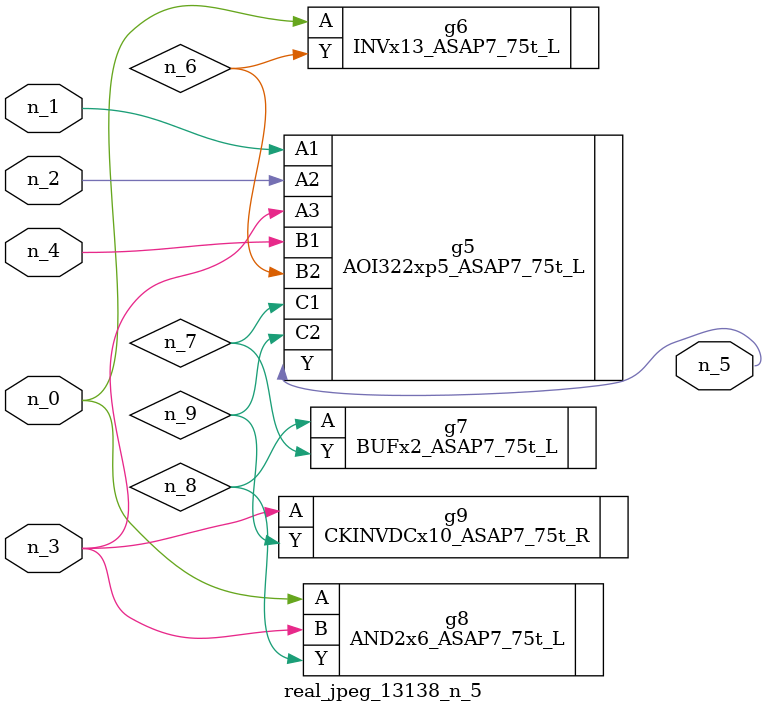
<source format=v>
module real_jpeg_13138_n_5 (n_4, n_0, n_1, n_2, n_3, n_5);

input n_4;
input n_0;
input n_1;
input n_2;
input n_3;

output n_5;

wire n_8;
wire n_6;
wire n_7;
wire n_9;

INVx13_ASAP7_75t_L g6 ( 
.A(n_0),
.Y(n_6)
);

AND2x6_ASAP7_75t_L g8 ( 
.A(n_0),
.B(n_3),
.Y(n_8)
);

AOI322xp5_ASAP7_75t_L g5 ( 
.A1(n_1),
.A2(n_2),
.A3(n_3),
.B1(n_4),
.B2(n_6),
.C1(n_7),
.C2(n_9),
.Y(n_5)
);

CKINVDCx10_ASAP7_75t_R g9 ( 
.A(n_3),
.Y(n_9)
);

BUFx2_ASAP7_75t_L g7 ( 
.A(n_8),
.Y(n_7)
);


endmodule
</source>
